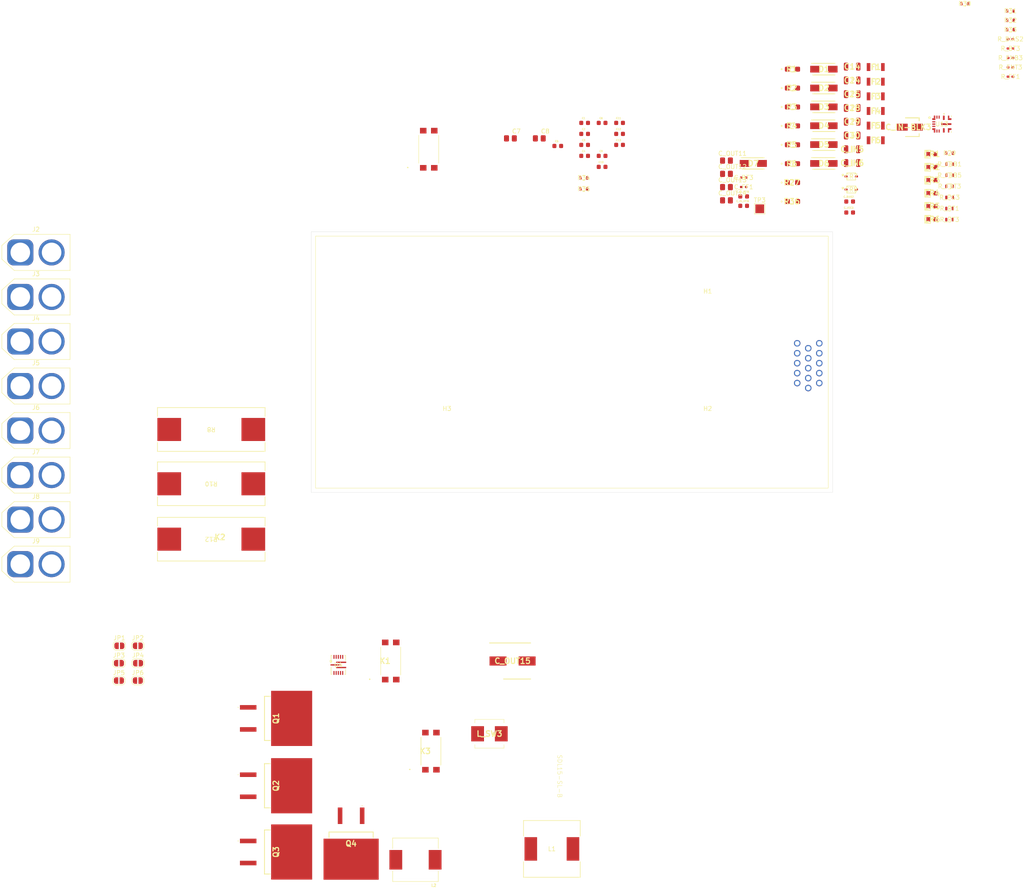
<source format=kicad_pcb>
(kicad_pcb (version 20241229) (generator "pcbnew") (generator_version "9.0")
  (layers (0 "F.Cu" signal) (4 "In1.Cu" signal) (6 "In2.Cu" signal) (2 "B.Cu" signal) (13 "F.Paste" user) (15 "B.Paste" user) (5 "F.SilkS" user "F.Silkscreen") (7 "B.SilkS" user "B.Silkscreen") (1 "F.Mask" user) (3 "B.Mask" user) (25 "Edge.Cuts" user))
  (net 0 "")
  (net 1 "AGND")
  (net 2 "VBAT")
  (net 3 "VDC")
  (net 4 "/V1")
  (net 5 "Net-(CR1-Pad1)")
  (net 6 "Net-(CR2-Pad1)")
  (net 7 "/V2")
  (net 8 "/V3")
  (net 9 "Net-(CR3-Pad1)")
  (net 10 "/V4")
  (net 11 "Net-(CR4-Pad1)")
  (net 12 "Net-(CR5-Pad1)")
  (net 13 "/V5")
  (net 14 "/V6")
  (net 15 "Net-(CR6-Pad1)")
  (net 16 "/VB")
  (net 17 "+14V")
  (net 18 "Net-(Q4-B)")
  (net 19 "Net-(U13-BIAS)")
  (net 20 "/DC.DC3 PGOOD")
  (net 21 "Net-(U13-CBOOT)")
  (net 22 "Net-(U13-SW)")
  (net 23 "Net-(C_FF1-Pad1)")
  (net 24 "Net-(U13-FB)")
  (net 25 "Net-(D7-A)")
  (net 26 "/DC.DC3 VCC")
  (net 27 "Net-(D1-K)")
  (net 28 "Net-(D2-K)")
  (net 29 "Net-(D5-K)")
  (net 30 "+5V")
  (net 31 "/PYRO1_OUT")
  (net 32 "/PYRO2_OUT")
  (net 33 "/PYRO4_OUT")
  (net 34 "/PYRO3_OUT")
  (net 35 "/PYRO6_OUT")
  (net 36 "/PYRO5_OUT")
  (net 37 "/FIRE_IN1")
  (net 38 "Net-(Q1-C)")
  (net 39 "/FIRE_OUT1")
  (net 40 "/FIRE_IN2")
  (net 41 "/FIRE_OUT2")
  (net 42 "Net-(Q2-C)")
  (net 43 "/FIRE_IN3")
  (net 44 "Net-(Q3-C)")
  (net 45 "/FIRE_OUT3")
  (net 46 "Net-(Q1-E)")
  (net 47 "Net-(Q2-E)")
  (net 48 "Net-(Q3-E)")
  (net 49 "Net-(Q4-E)")
  (net 50 "Net-(C12-Pad2)")
  (net 51 "Net-(C10-Pad1)")
  (net 52 "Net-(U4-ILIM)")
  (net 53 "Net-(U4-EN)")
  (net 54 "/KEY_OUT")
  (net 55 "Net-(U13-RBOOT)")
  (net 56 "Net-(U13-EN{slash}SYNC)")
  (net 57 "Net-(R_FBB1-Pad1)")
  (net 58 "Net-(R_RT1-Pad2)")
  (net 59 "Net-(U13-RT)")
  (net 60 "Net-(U4-COMP)")
  (net 61 "Net-(U4-SW)")
  (net 62 "Net-(U4-FB)")
  (net 63 "Net-(U4-MODE)")
  (net 64 "Net-(U4-SS)")
  (net 65 "Net-(U4-BST)")
  (footprint "SRR1260-7R6Y:IND_BOURNS_SRR1260" (layer "F.Cu") (at 149.6486 219.29)
    (property "Reference" "L1" (at 0 0 0) (layer "F.SilkS"))
    (property "Value" "7.6uH")
    (pad "1" smd rect (at -4.8514 0) (size 2.8956 5.4102) (layers "F.Cu" "F.Mask" "F.Paste") (net 49 "Net-(Q4-E)"))
    (pad "2" smd rect (at 4.8514 0) (size 2.8956 5.4102) (layers "F.Cu" "F.Mask" "F.Paste") (net 61 "Net-(U4-SW)"))
  )
  (footprint "Capacitor-4mm:Capacitor_4mm" (layer "F.Cu") (at 232.04 53.175)
    (property "Reference" "C_IN-BLK3" (at -0.35 0 0) (layer "F.SilkS") (effects (font (size 1.27 1.27) (thickness 0.254))))
    (property "Value" "10u" (hide yes))
    (pad "1" smd rect (at -1.75 0 90) (size 1.6 2.5) (layers "F.Cu" "F.Mask" "F.Paste") (net 3 "VDC"))
    (pad "2" smd rect (at 1.75 0 90) (size 1.6 2.5) (layers "F.Cu" "F.Mask" "F.Paste") (net 1 "AGND"))
  )
  (footprint "Resistor-0603:RES_0603" (layer "F.Cu") (at 255.197201 26.4292)
    (property "Reference" "R31" (at 0 0 0) (layer "F.SilkS"))
    (property "Value" "1k")
    (pad "1" smd roundrect (at -0.75 0) (size 0.5 0.8128) (layers "F.Cu" "F.Mask" "F.Paste") (net 52 "Net-(U4-ILIM)"))
    (pad "2" smd roundrect (at 0.75 0) (size 0.5 0.8128) (layers "F.Cu" "F.Mask" "F.Paste") (net 51 "Net-(C10-Pad1)"))
  )
  (footprint "Connector_AMASS:AMASS_XT60-F_1x02_P7.20mm_Vertical" (layer "F.Cu") (at 27.3 143.5)
    (property "Reference" "J8" (at 3.6 -5.3 180) (layer "F.SilkS"))
    (property "Value" "XT60PW-F")
    (pad "1" thru_hole roundrect (at 0 0) (size 6 6) (drill 4.5) (layers "*.Cu" "*.Mask"))
    (pad "2" thru_hole circle (at 7.2 0) (size 6 6) (drill 4.5) (layers "*.Cu" "*.Mask"))
  )
  (footprint "Capacitor-0805:Capacitor_0805" (layer "F.Cu") (at 189.83 63.915)
    (property "Reference" "C_OUT12" (at 1.375 -1.635 0) (layer "F.SilkS"))
    (property "Value" "22u")
    (pad "1" smd roundrect (at -0.9 0) (size 1.15 1.45) (layers "F.Cu" "F.Mask" "F.Paste") (roundrect_rratio 0.2173913043) (net 25 "Net-(D7-A)"))
    (pad "2" smd roundrect (at 0.9 0) (size 1.15 1.45) (layers "F.Cu" "F.Mask" "F.Paste") (roundrect_rratio 0.2173913043) (net 1 "AGND"))
  )
  (footprint "Capacitor-0603:Capacitor_0603" (layer "F.Cu") (at 157.185 59.78)
    (property "Reference" "C4" (at -0.24 -1.08 0) (layer "F.SilkS") (effects (font (size 0.393701 0.393701))))
    (property "Value" "1uF")
    (pad "1" smd roundrect (at -0.775 0) (size 0.92 0.98) (layers "F.Cu" "F.Mask" "F.Paste") (net 49 "Net-(Q4-E)"))
    (pad "2" smd roundrect (at 0.775 0) (size 0.92 0.98) (layers "F.Cu" "F.Mask" "F.Paste") (net 1 "AGND"))
  )
  (footprint "Resistor-0805:RES_0805" (layer "F.Cu") (at 205.025 52.875)
    (property "Reference" "R4" (at -0.175 0 0) (layer "F.SilkS") (effects (font (size 1.27 1.27) (thickness 0.254))))
    (property "Value" "560" (hide yes))
    (pad "1" smd roundrect (at -1.175 0) (size 1.15 1.15) (layers "F.Cu" "F.Mask" "F.Paste") (roundrect_rratio 0.2173913043) (net 11 "Net-(CR4-Pad1)"))
    (pad "2" smd roundrect (at 1.175 0) (size 1.15 1.15) (layers "F.Cu" "F.Mask" "F.Paste") (roundrect_rratio 0.2173913043) (net 1 "AGND"))
  )
  (footprint "Capacitor-0805:Capacitor_0805" (layer "F.Cu") (at 189.83 60.865)
    (property "Reference" "C_OUT11" (at 1.375 -1.635 0) (layer "F.SilkS"))
    (property "Value" "22u")
    (pad "1" smd roundrect (at -0.9 0) (size 1.15 1.45) (layers "F.Cu" "F.Mask" "F.Paste") (roundrect_rratio 0.2173913043) (net 25 "Net-(D7-A)"))
    (pad "2" smd roundrect (at 0.9 0) (size 1.15 1.45) (layers "F.Cu" "F.Mask" "F.Paste") (roundrect_rratio 0.2173913043) (net 1 "AGND"))
  )
  (footprint "LED-Yellow_VLMY1300-GS08:LEDC1608X100N" (layer "F.Cu") (at 237.12 62.37)
    (property "Reference" "CR2" (at 0 0 0) (layer "F.SilkS") (effects (font (size 1.27 1.27) (thickness 0.254))))
    (property "Value" "VLMY1300-GS08" (hide yes))
    (pad "1" smd rect (at -0.75 0 90) (size 1 1.05) (layers "F.Cu" "F.Mask" "F.Paste") (net 6 "Net-(CR2-Pad1)"))
    (pad "2" smd rect (at 0.75 0 90) (size 1 1.05) (layers "F.Cu" "F.Mask" "F.Paste") (net 7 "/V2"))
  )
  (footprint "Capacitor-0805:Capacitor_0805" (layer "F.Cu") (at 189.83 70.015)
    (property "Reference" "C_OUT14" (at 1.375 -1.635 0) (layer "F.SilkS"))
    (property "Value" "22u")
    (pad "1" smd roundrect (at -0.9 0) (size 1.15 1.45) (layers "F.Cu" "F.Mask" "F.Paste") (roundrect_rratio 0.2173913043) (net 25 "Net-(D7-A)"))
    (pad "2" smd roundrect (at 0.9 0) (size 1.15 1.45) (layers "F.Cu" "F.Mask" "F.Paste") (roundrect_rratio 0.2173913043) (net 1 "AGND"))
  )
  (footprint "PFNF.035.2:FUSC3216X85N" (layer "F.Cu") (at 224.18 49.445)
    (property "Reference" "F4" (at 0 0 0) (layer "F.SilkS") (effects (font (size 1.27 1.27) (thickness 0.254))))
    (property "Value" "PFNF.035.2" (hide yes))
    (pad "1" smd rect (at -1.65 0) (size 0.82 1.82) (layers "F.Cu" "F.Mask" "F.Paste") (net 8 "/V3"))
    (pad "2" smd rect (at 1.65 0) (size 0.82 1.82) (layers "F.Cu" "F.Mask" "F.Paste") (net 34 "/PYRO3_OUT"))
  )
  (footprint "Capacitor-0805:Capacitor_0805" (layer "F.Cu") (at 146.75 55.75)
    (property "Reference" "C8" (at 1.375 -1.635 0) (layer "F.SilkS"))
    (property "Value" "4.7uF")
    (pad "1" smd roundrect (at -0.9 0) (size 1.15 1.45) (layers "F.Cu" "F.Mask" "F.Paste") (roundrect_rratio 0.2173913043) (net 17 "+14V"))
    (pad "2" smd roundrect (at 0.9 0) (size 1.15 1.45) (layers "F.Cu" "F.Mask" "F.Paste") (roundrect_rratio 0.2173913043) (net 1 "AGND"))
  )
  (footprint "Capacitor-1206:Capacitor_1206" (layer "F.Cu") (at 218.76 45.575)
    (property "Reference" "C25" (at 0 0 0) (layer "F.SilkS") (effects (font (size 1.27 1.27) (thickness 0.254))))
    (property "Value" "2.2u" (hide yes))
    (pad "1" smd roundrect (at -1.4 0) (size 1.02 1.82) (layers "F.Cu" "F.Mask" "F.Paste") (roundrect_rratio 0.2450980392) (net 3 "VDC"))
    (pad "2" smd roundrect (at 1.4 0) (size 1.02 1.82) (layers "F.Cu" "F.Mask" "F.Paste") (roundrect_rratio 0.2450980392) (net 1 "AGND"))
  )
  (footprint "FJB102TM:FJB102TM" (layer "F.Cu") (at 88.005 189.25 -90)
    (property "Reference" "Q1" (at 0 1.842 270) (layer "F.SilkS") (effects (font (size 1.27 1.27) (thickness 0.254))))
    (property "Value" "FJB102TM" (hide yes))
    (pad "1" smd rect (at -2.54 8.255 270) (size 1.05 3.8) (layers "F.Cu" "F.Mask" "F.Paste") (net 16 "/VB"))
    (pad "2" smd rect (at 0 -1.745) (size 9.45 12.7) (layers "F.Cu" "F.Mask" "F.Paste") (net 38 "Net-(Q1-C)"))
    (pad "3" smd rect (at 2.54 8.255 270) (size 1.05 3.8) (layers "F.Cu" "F.Mask" "F.Paste") (net 46 "Net-(Q1-E)"))
  )
  (footprint "B340A-E3_61T:DIOM5127X229N" (layer "F.Cu") (at 212.25 52.84)
    (property "Reference" "D4" (at 0 0 0) (layer "F.SilkS") (effects (font (size 1.27 1.27) (thickness 0.254))))
    (property "Value" "B340A-E3_61T" (hide yes))
    (pad "1" smd rect (at -2.05 0 90) (size 1.55 2.2) (layers "F.Cu" "F.Mask" "F.Paste") (net 28 "Net-(D2-K)"))
    (pad "2" smd rect (at 2.05 0 90) (size 1.55 2.2) (layers "F.Cu" "F.Mask" "F.Paste") (net 10 "/V4"))
  )
  (footprint "Resistor-0805:RES_0805" (layer "F.Cu") (at 205.025 61.575)
    (property "Reference" "R6" (at -0.175 0 0) (layer "F.SilkS") (effects (font (size 1.27 1.27) (thickness 0.254))))
    (property "Value" "560" (hide yes))
    (pad "1" smd roundrect (at -1.175 0) (size 1.15 1.15) (layers "F.Cu" "F.Mask" "F.Paste") (roundrect_rratio 0.2173913043) (net 15 "Net-(CR6-Pad1)"))
    (pad "2" smd roundrect (at 1.175 0) (size 1.15 1.15) (layers "F.Cu" "F.Mask" "F.Paste") (roundrect_rratio 0.2173913043) (net 1 "AGND"))
  )
  (footprint "Resistor-0805:RES_0805" (layer "F.Cu") (at 205.025 65.925)
    (property "Reference" "R27" (at -0.175 0 0) (layer "F.SilkS") (effects (font (size 1.27 1.27) (thickness 0.254))))
    (property "Value" "750" (hide yes))
    (pad "1" smd roundrect (at -1.175 0) (size 1.15 1.15) (layers "F.Cu" "F.Mask" "F.Paste") (roundrect_rratio 0.2173913043) (net 16 "/VB"))
    (pad "2" smd roundrect (at 1.175 0) (size 1.15 1.15) (layers "F.Cu" "F.Mask" "F.Paste") (roundrect_rratio 0.2173913043) (net 1 "AGND"))
  )
  (footprint "MountingHole:MountingHole_3.2mm_M3_ISO7380" (layer "F.Cu") (at 185.5 121.75)
    (property "Reference" "H2" (at 0 -3.8 0) (layer "F.SilkS"))
    (property "Value" "MountingHole")
    (pad "" np_thru_hole circle (at 0 0) (size 3.2 3.2) (drill 3.2) (layers "*.Cu" "*.Mask"))
  )
  (footprint "Capacitor-0603:Capacitor_0603" (layer "F.Cu") (at 161.205 52.19)
    (property "Reference" "C6" (at -0.24 -1.08 0) (layer "F.SilkS") (effects (font (size 0.393701 0.393701))))
    (property "Value" "470nF")
    (pad "1" smd roundrect (at -0.775 0) (size 0.92 0.98) (layers "F.Cu" "F.Mask" "F.Paste") (net 17 "+14V"))
    (pad "2" smd roundrect (at 0.775 0) (size 0.92 0.98) (layers "F.Cu" "F.Mask" "F.Paste") (net 1 "AGND"))
  )
  (footprint "MountingHole:MountingHole_3.2mm_M3_ISO7380" (layer "F.Cu") (at 125.5 121.75)
    (property "Reference" "H3" (at 0 -3.8 0) (layer "F.SilkS"))
    (property "Value" "MountingHole")
    (pad "" np_thru_hole circle (at 0 0) (size 3.2 3.2) (drill 3.2) (layers "*.Cu" "*.Mask"))
  )
  (footprint "LED-Yellow_VLMY1300-GS08:LEDC1608X100N" (layer "F.Cu") (at 237.12 59.37)
    (property "Reference" "CR1" (at 0 0 0) (layer "F.SilkS") (effects (font (size 1.27 1.27) (thickness 0.254))))
    (property "Value" "VLMY1300-GS08" (hide yes))
    (pad "1" smd rect (at -0.75 0 90) (size 1 1.05) (layers "F.Cu" "F.Mask" "F.Paste") (net 5 "Net-(CR1-Pad1)"))
    (pad "2" smd rect (at 0.75 0 90) (size 1 1.05) (layers "F.Cu" "F.Mask" "F.Paste") (net 4 "/V1"))
  )
  (footprint "Capacitor-0603:Capacitor_0603" (layer "F.Cu") (at 157.185 54.72)
    (property "Reference" "C2" (at -0.24 -1.08 0) (layer "F.SilkS") (effects (font (size 0.393701 0.393701))))
    (property "Value" "1uF")
    (pad "1" smd roundrect (at -0.775 0) (size 0.92 0.98) (layers "F.Cu" "F.Mask" "F.Paste") (net 49 "Net-(Q4-E)"))
    (pad "2" smd roundrect (at 0.775 0) (size 0.92 0.98) (layers "F.Cu" "F.Mask" "F.Paste") (net 1 "AGND"))
  )
  (footprint "Capacitor-1206:Capacitor_1206" (layer "F.Cu") (at 218.76 55.085)
    (property "Reference" "C30" (at 0 0 0) (layer "F.SilkS") (effects (font (size 1.27 1.27) (thickness 0.254))))
    (property "Value" "470n" (hide yes))
    (pad "1" smd roundrect (at -1.4 0) (size 1.02 1.82) (layers "F.Cu" "F.Mask" "F.Paste") (roundrect_rratio 0.2450980392) (net 3 "VDC"))
    (pad "2" smd roundrect (at 1.4 0) (size 1.02 1.82) (layers "F.Cu" "F.Mask" "F.Paste") (roundrect_rratio 0.2450980392) (net 1 "AGND"))
  )
  (footprint "G3VM-31DR_TR05_:G3VM31DRTR05" (layer "F.Cu") (at 121.805 196.79)
    (property "Reference" "K3" (at -1.305 0 0) (layer "F.SilkS") (effects (font (size 1.27 1.27) (thickness 0.254))))
    (property "Value" "G3VM-31DR_TR05_" (hide yes))
    (pad "1" smd rect (at -1.27 4.275 90) (size 1.3 1.5) (layers "F.Cu" "F.Mask" "F.Paste") (net 43 "/FIRE_IN3"))
    (pad "2" smd rect (at 1.27 4.275 90) (size 1.3 1.5) (layers "F.Cu" "F.Mask" "F.Paste") (net 45 "/FIRE_OUT3"))
    (pad "3" smd rect (at 1.27 -4.275 90) (size 1.3 1.5) (layers "F.Cu" "F.Mask" "F.Paste") (net 44 "Net-(Q3-C)"))
    (pad "4" smd rect (at -1.27 -4.275 90) (size 1.3 1.5) (layers "F.Cu" "F.Mask" "F.Paste") (net 29 "Net-(D5-K)"))
  )
  (footprint "PFNF.035.2:FUSC3216X85N" (layer "F.Cu") (at 224.18 46.075)
    (property "Reference" "F3" (at 0 0 0) (layer "F.SilkS") (effects (font (size 1.27 1.27) (thickness 0.254))))
    (property "Value" "PFNF.035.2" (hide yes))
    (pad "1" smd rect (at -1.65 0) (size 0.82 1.82) (layers "F.Cu" "F.Mask" "F.Paste") (net 10 "/V4"))
    (pad "2" smd rect (at 1.65 0) (size 0.82 1.82) (layers "F.Cu" "F.Mask" "F.Paste") (net 33 "/PYRO4_OUT"))
  )
  (footprint "PFNF.035.2:FUSC3216X85N" (layer "F.Cu") (at 224.18 39.335)
    (property "Reference" "F1" (at 0 0 0) (layer "F.SilkS") (effects (font (size 1.27 1.27) (thickness 0.254))))
    (property "Value" "PFNF.035.2" (hide yes))
    (pad "1" smd rect (at -1.65 0) (size 0.82 1.82) (layers "F.Cu" "F.Mask" "F.Paste") (net 4 "/V1"))
    (pad "2" smd rect (at 1.65 0) (size 0.82 1.82) (layers "F.Cu" "F.Mask" "F.Paste") (net 31 "/PYRO1_OUT"))
  )
  (footprint "Capacitor-0603:Capacitor_0603" (layer "F.Cu") (at 161.205 62.31)
    (property "Reference" "C10" (at -0.24 -1.08 0) (layer "F.SilkS") (effects (font (size 0.393701 0.393701))))
    (property "Value" "4.7nF")
    (pad "1" smd roundrect (at -0.775 0) (size 0.92 0.98) (layers "F.Cu" "F.Mask" "F.Paste") (net 51 "Net-(C10-Pad1)"))
    (pad "2" smd roundrect (at 0.775 0) (size 0.92 0.98) (layers "F.Cu" "F.Mask" "F.Paste") (net 1 "AGND"))
  )
  (footprint "Capacitor-0805:Capacitor_0805" (layer "F.Cu") (at 189.83 66.965)
    (property "Reference" "C_OUT13" (at 1.375 -1.635 0) (layer "F.SilkS"))
    (property "Value" "22u")
    (pad "1" smd roundrect (at -0.9 0) (size 1.15 1.45) (layers "F.Cu" "F.Mask" "F.Paste") (roundrect_rratio 0.2173913043) (net 25 "Net-(D7-A)"))
    (pad "2" smd roundrect (at 0.9 0) (size 1.15 1.45) (layers "F.Cu" "F.Mask" "F.Paste") (roundrect_rratio 0.2173913043) (net 1 "AGND"))
  )
  (footprint "Capacitor-0603:Capacitor_0603" (layer "F.Cu") (at 165.225 52.19)
    (property "Reference" "C11" (at -0.24 -1.08 0) (layer "F.SilkS") (effects (font (size 0.393701 0.393701))))
    (property "Value" "33pF")
    (pad "1" smd roundrect (at -0.775 0) (size 0.92 0.98) (layers "F.Cu" "F.Mask" "F.Paste") (net 60 "Net-(U4-COMP)"))
    (pad "2" smd roundrect (at 0.775 0) (size 0.92 0.98) (layers "F.Cu" "F.Mask" "F.Paste") (net 1 "AGND"))
  )
  (footprint "Jumper:SolderJumper-2_P1.3mm_Open_RoundedPad1.0x1.5mm" (layer "F.Cu") (at 50 180.54)
    (property "Reference" "JP5" (at 0 -1.8 0) (layer "F.SilkS"))
    (property "Value" "Jumper_2_Open")
    (pad "1" smd custom (at -0.65 0) (size 1 0.5) (layers "F.Cu" "F.Mask") (net 14 "/V6") (options (clearance outline) (anchor rect)) (primitives (gr_circle (center 0 0.25) (end 0.5 0.25) (width 0) (fill yes)) (gr_circle (center 0 -0.25) (end 0.5 -0.25) (width 0) (fill yes)) (gr_poly (pts (xy 0.5 0.75) (xy 0 0.75) (xy 0 -0.75) (xy 0.5 -0.75)) (width 0) (fill yes))))
    (pad "2" smd custom (at 0.65 0) (size 1 0.5) (layers "F.Cu" "F.Mask") (net 35 "/PYRO6_OUT") (options (clearance outline) (anchor rect)) (primitives (gr_circle (center 0 0.25) (end 0.5 0.25) (width 0) (fill yes)) (gr_circle (center 0 -0.25) (end 0.5 -0.25) (width 0) (fill yes)) (gr_poly (pts (xy 0 0.75) (xy -0.5 0.75) (xy -0.5 -0.75) (xy 0 -0.75)) (width 0) (fill yes))))
  )
  (footprint "Capacitor-1206:Capacitor_1206" (layer "F.Cu") (at 218.76 61.425)
    (property "Reference" "C_IN6" (at 0 0 0) (layer "F.SilkS") (effects (font (size 1.27 1.27) (thickness 0.254))))
    (property "Value" "4.7u" (hide yes))
    (pad "1" smd roundrect (at -1.4 0) (size 1.02 1.82) (layers "F.Cu" "F.Mask" "F.Paste") (roundrect_rratio 0.2450980392) (net 3 "VDC"))
    (pad "2" smd roundrect (at 1.4 0) (size 1.02 1.82) (layers "F.Cu" "F.Mask" "F.Paste") (roundrect_rratio 0.2450980392) (net 1 "AGND"))
  )
  (footprint "Resistor-0805:RES_0805" (layer "F.Cu") (at 205.025 39.825)
    (property "Reference" "R1" (at -0.175 0 0) (layer "F.SilkS") (effects (font (size 1.27 1.27) (thickness 0.254))))
    (property "Value" "560" (hide yes))
    (pad "1" smd roundrect (at -1.175 0) (size 1.15 1.15) (layers "F.Cu" "F.Mask" "F.Paste") (roundrect_rratio 0.2173913043) (net 5 "Net-(CR1-Pad1)"))
    (pad "2" smd roundrect (at 1.175 0) (size 1.15 1.15) (layers "F.Cu" "F.Mask" "F.Paste") (roundrect_rratio 0.2173913043) (net 1 "AGND"))
  )
  (footprint "Resistência de potência_RES_SM_7W_TEC:RES_SM_7W_TEC" (layer "F.Cu") (at 71.25 135.25 180)
    (property "Reference" "R10" (at 0 0 180) (layer "F.SilkS"))
    (property "Value" "1.2")
    (pad "1" smd rect (at -9.6774 0 270) (size 5.3086 5.461) (layers "F.Cu" "F.Mask" "F.Paste") (net 47 "Net-(Q2-E)"))
    (pad "2" smd rect (at 9.6774 0 270) (size 5.3086 5.461) (layers "F.Cu" "F.Mask" "F.Paste") (net 1 "AGND"))
  )
  (footprint "SRP7028A-100M:SRP7028A3R3M" (layer "F.Cu") (at 135.275 192.79)
    (property "Reference" "L_SW3" (at 0 0 0) (layer "F.SilkS") (effects (font (size 1.27 1.27) (thickness 0.254))))
    (property "Value" "10uH" (hide yes))
    (pad "1" smd rect (at -2.725 0) (size 2.95 3.5) (layers "F.Cu" "F.Mask" "F.Paste") (net 22 "Net-(U13-SW)"))
    (pad "2" smd rect (at 2.725 0) (size 2.95 3.5) (layers "F.Cu" "F.Mask" "F.Paste") (net 25 "Net-(D7-A)"))
  )
  (footprint "B340A-E3_61T:DIOM5127X229N" (layer "F.Cu") (at 212.25 39.82)
    (property "Reference" "D1" (at 0 0 0) (layer "F.SilkS") (effects (font (size 1.27 1.27) (thickness 0.254))))
    (property "Value" "B340A-E3_61T" (hide yes))
    (pad "1" smd rect (at -2.05 0 90) (size 1.55 2.2) (layers "F.Cu" "F.Mask" "F.Paste") (net 27 "Net-(D1-K)"))
    (pad "2" smd rect (at 2.05 0 90) (size 1.55 2.2) (layers "F.Cu" "F.Mask" "F.Paste") (net 4 "/V1"))
  )
  (footprint "MPQ3431AGL-AEC1-Z:QFN-13_MPQ3431A_MNP" (layer "F.Cu") (at 100.499999 176.940001)
    (property "Reference" "U4" (at 0 0 0) (layer "F.SilkS"))
    (property "Value" "MPQ3431AGL-AEC1-Z")
    (fp_text user "*" (at -1.7295 -0.5 0) (layer "F.SilkS"))
    (fp_text user "*" (at -1.7295 -0.5 0) (layer "F.SilkS"))
    (pad "1" smd rect (at -0.649999 0) (size 2.3114 0.3048) (layers "F.Cu" "F.Mask" "F.Paste") (net 61 "Net-(U4-SW)"))
    (pad "2" smd rect (at -1.000001 1.849999 90) (size 0.889 0.254) (layers "F.Cu" "F.Mask" "F.Paste") (net 63 "Net-(U4-MODE)"))
    (pad "3" smd rect (at -0.499999 1.849999 90) (size 0.889 0.254) (layers "F.Cu" "F.Mask" "F.Paste") (net 64 "Net-(U4-SS)"))
    (pad "4" smd rect (at 0 1.849999 90) (size 0.889 0.254) (layers "F.Cu" "F.Mask" "F.Paste") (net 60 "Net-(U4-COMP)"))
    (pad "5" smd rect (at 0.499999 1.849999 90) (size 0.889 0.254) (layers "F.Cu" "F.Mask" "F.Paste") (net 62 "Net-(U4-FB)"))
    (pad "6" smd rect (at 1.000001 1.849999 90) (size 0.889 0.254) (layers "F.Cu" "F.Mask" "F.Paste") (net 1 "AGND"))
    (pad "7" smd rect (at 0.649999 0.599999) (size 2.3114 0.3048) (layers "F.Cu" "F.Mask" "F.Paste") (net 1 "AGND"))
    (pad "8" smd rect (at 0.649999 -0.599999) (size 2.3114 0.3048) (layers "F.Cu" "F.Mask" "F.Paste") (net 17 "+14V"))
    (pad "9" smd rect (at 1.000001 -1.849999 90) (size 0.889 0.254) (layers "F.Cu" "F.Mask" "F.Paste") (net 52 "Net-(U4-ILIM)"))
    (pad "10" smd rect (at 0.499999 -1.849999 90) (size 0.889 0.254) (layers "F.Cu" "F.Mask" "F.Paste") (net 63 "Net-(U4-MODE)"))
    (pad "11" smd rect (at 0 -1.849999 90) (size 0.889 0.254) (layers "F.Cu" "F.Mask" "F.Paste") (net 53 "Net-(U4-EN)"))
    (pad "12" smd rect (at -0.499999 -1.849999 90) (size 0.889 0.254) (layers "F.Cu" "F.Mask" "F.Paste") (net 49 "Net-(Q4-E)"))
    (pad "13" smd rect (at -1.000001 -1.849999 90) (size 0.889 0.254) (layers "F.Cu" "F.Mask" "F.Paste") (net 65 "Net-(U4-BST)"))
  )
  (footprint "BZX84J-B10-115:CR_SC-90_NEX" (layer "F.Cu") (at 218.5546 64.5133)
    (property "Reference" "CR7" (at 0 0 0) (layer "F.SilkS"))
    (property "Value" "BZX84J-B10_115")
    (fp_text user "*" (at -1.9304 0 0) (layer "F.SilkS"))
    (fp_text user "*" (at -1.9304 0 0) (layer "F.SilkS"))
    (pad "1" smd rect (at -1.1938 0) (size 0.7112 0.4064) (layers "F.Cu" "F.Mask" "F.Paste") (net 17 "+14V"))
    (pad "2" smd rect (at 1.1938 0) (size 0.7112 0.4064) (layers "F.Cu" "F.Mask" "F.Paste") (net 16 "/VB"))
  )
  (footprint "HDL15-SL-B:HDL15-SL-B" (layer "F.Cu") (at 205.25 107.75 -90)
    (property "Reference" "SDL15-SL-B" (at 94.817 53.808 270) (layer "F.SilkS") (effects (font (thickness 0.1))))
    (property "Value" "HDL15-SL-B")
    (pad "" np_thru_hole circle (at -12.489 -3.4 270) (size 3.1 3.1) (drill 3.1) (layers "F&B.Cu" "*.Mask"))
    (pad "" np_thru_hole circle (at 12.501 -3.4 270) (size 3.1 3.1) (drill 3.1) (layers "F&B.Cu" "*.Mask"))
    (pad "1" thru_hole circle (at -4.84 -5.94 270) (size 1.5 1.5) (drill 1) (layers "*.Cu" "F.Mask"))
    (pad "2" thru_hole circle (at -2.55 -5.94 270) (size 1.5 1.5) (drill 1) (layers "*.Cu" "F.Mask"))
    (pad "3" thru_hole circle (at -0.26 -5.94 270) (size 1.5 1.5) (drill 1) (layers "*.Cu" "F.Mask"))
    (pad "4" thru_hole circle (at 2.03 -5.94 270) (size 1.5 1.5) (drill 1) (layers "*.Cu" "F.Mask"))
    (pad "5" thru_hole circle (at 4.32 -5.94 270) (size 1.5 1.5) (drill 1) (layers "*.Cu" "F.Mask"))
    (pad "6" thru_hole circle (at -3.695 -3.4 270) (size 1.5 1.5) (drill 1) (layers "*.Cu" "F.Mask"))
    (pad "7" thru_hole circle (at -1.405 -3.4 270) (size 1.5 1.5) (drill 1) (layers "*.Cu" "F.Mask"))
    (pad "8" thru_hole circle (at 0.885 -3.4 270) (size 1.5 1.5) (drill 1) (layers "*.Cu" "F.Mask"))
    (pad "9" thru_hole circle (at 3.175 -3.4 270) (size 1.5 1.5) (drill 1) (layers "*.Cu" "F.Mask"))
    (pad "10" thru_hole circle (at 5.465 -3.4 270) (size 1.5 1.5) (drill 1) (layers "*.Cu" "F.Mask"))
    (pad "11" thru_hole circle (at -4.84 -0.86 270) (size 1.5 1.5) (drill 1) (layers "*.Cu" "F.Mask"))
    (pad "12" thru_hole circle (at -2.55 -0.86 270) (size 1.5 1.5) (drill 1) (layers "*.Cu" "F.Mask"))
    (pad "13" thru_hole circle (at -0.26 -0.86 270) (size 1.5 1.5) (drill 1) (layers "*.Cu" "F.Mask"))
    (pad "14" thru_hole circle (at 2.03 -0.86 270) (size 1.5 1.5) (drill 1) (layers "*.Cu" "F.Mask"))
    (pad "15" thru_hole circle (at 4.32 -0.86 270) (size 1.5 1.5) (drill 1) (layers "*.Cu" "F.Mask"))
  )
  (footprint "B340A-E3_61T:DIOM5127X229N" (layer "F.Cu") (at 212.25 44.16)
    (property "Reference" "D2" (at 0 0 0) (layer "F.SilkS") (effects (font (size 1.27 1.27) (thickness 0.254))))
    (property "Value" "B340A-E3_61T" (hide yes))
    (pad "1" smd rect (at -2.05 0 90) (size 1.55 2.2) (layers "F.Cu" "F.Mask" "F.Paste") (net 28 "Net-(D2-K)"))
    (pad "2" smd rect (at 2.05 0 90) (size 1.55 2.2) (layers "F.Cu" "F.Mask" "F.Paste") (net 8 "/V3"))
  )
  (footprint "Connector_AMASS:AMASS_XT60-F_1x02_P7.20mm_Vertical" (layer "F.Cu") (at 27.3 123)
    (property "Reference" "J6" (at 3.6 -5.3 180) (layer "F.SilkS"))
    (property "Value" "XT60PW-F")
    (pad "1" thru_hole roundrect (at 0 0) (size 6 6) (drill 4.5) (layers "*.Cu" "*.Mask"))
    (pad "2" thru_hole circle (at 7.2 0) (size 6 6) (drill 4.5) (layers "*.Cu" "*.Mask"))
  )
  (footprint "Capacitor-0603:Capacitor_0603" (layer "F.Cu") (at 218.185 70.285)
    (property "Reference" "C_BIAS2" (at -0.24 -1.08 0) (layer "F.SilkS") (effects (font (size 0.393701 0.393701))))
    (property "Value" "1u")
    (pad "1" smd roundrect (at -0.775 0) (size 0.92 0.98) (layers "F.Cu" "F.Mask" "F.Paste") (net 19 "Net-(U13-BIAS)"))
    (pad "2" smd roundrect (at 0.775 0) (size 0.92 0.98) (layers "F.Cu" "F.Mask" "F.Paste") (net 20 "/DC.DC3 PGOOD"))
  )
  (footprint "Jumper:SolderJumper-2_P1.3mm_Open_RoundedPad1.0x1.5mm" (layer "F.Cu") (at 54.4 176.54)
    (property "Reference" "JP4" (at 0 -1.8 0) (layer "F.SilkS"))
    (property "Value" "Jumper_2_Open")
    (pad "1" smd custom (at -0.65 0) (size 1 0.5) (layers "F.Cu" "F.Mask") (net 8 "/V3") (options (clearance outline) (anchor rect)) (primitives (gr_circle (center 0 0.25) (end 0.5 0.25) (width 0) (fill yes)) (gr_circle (center 0 -0.25) (end 0.5 -0.25) (width 0) (fill yes)) (gr_poly (pts (xy 0.5 0.75) (xy 0 0.75) (xy 0 -0.75) (xy 0.5 -0.75)) (width 0) (fill yes))))
    (pad "2" smd custom (at 0.65 0) (size 1 0.5) (layers "F.Cu" "F.Mask") (net 34 "/PYRO3_OUT") (options (clearance outline) (anchor rect)) (primitives (gr_circle (center 0 0.25) (end 0.5 0.25) (width 0) (fill yes)) (gr_circle (center 0 -0.25) (end 0.5 -0.25) (width 0) (fill yes)) (gr_poly (pts (xy 0 0.75) (xy -0.5 0.75) (xy -0.5 -0.75) (xy 0 -0.75)) (width 0) (fill yes))))
  )
  (footprint "Connector_AMASS:AMASS_XT60-M_1x02_P7.20mm_Vertical" (layer "F.Cu") (at 27.3 133.25)
    (property "Reference" "J7" (at 3.6 -5.3 180) (layer "F.SilkS"))
    (property "Value" "XT60PW-M")
    (pad "1" thru_hole roundrect (at 0 0) (size 6 6) (drill 4.5) (layers "*.Cu" "*.Mask"))
    (pad "2" thru_hole circle (at 7.2 0) (size 6 6) (drill 4.5) (layers "*.Cu" "*.Mask"))
  )
  (footprint "B340A-E3_61T:DIOM5127X229N" (layer "F.Cu") (at 212.25 48.5)
    (property "Reference" "D3" (at 0 0 0) (layer "F.SilkS") (effects (font (size 1.27 1.27) (thickness 0.254))))
    (property "Value" "B340A-E3_61T" (hide yes))
    (pad "1" smd rect (at -2.05 0 90) (size 1.55 2.2) (layers "F.Cu" "F.Mask" "F.Paste") (net 27 "Net-(D1-K)"))
    (pad "2" smd rect (at 2.05 0 90) (size 1.55 2.2) (layers "F.Cu" "F.Mask" "F.Paste") (net 7 "/V2"))
  )
  (footprint "FJB102TM:FJB102TM" (layer "F.Cu") (at 88.005 220 -90)
    (property "Reference" "Q3" (at 0 1.842 270) (layer "F.SilkS") (effects (font (size 1.27 1.27) (thickness 0.254))))
    (property "Value" "FJB102TM" (hide yes))
    (pad "1" smd rect (at -2.54 8.255 270) (size 1.05 3.8) (layers "F.Cu" "F.Mask" "F.Paste") (net 16 "/VB"))
    (pad "2" smd rect (at 0 -1.745) (size 9.45 12.7) (layers "F.Cu" "F.Mask" "F.Paste") (net 44 "Net-(Q3-C)"))
    (pad "3" smd rect (at 2.54 8.255 270) (size 1.05 3.8) (layers "F.Cu" "F.Mask" "F.Paste") (net 48 "Net-(Q3-E)"))
  )
  (footprint "Capacitor-1206:Capacitor_1206" (layer "F.Cu") (at 218.76 39.235)
    (property "Reference" "C14" (at 0 0 0) (layer "F.SilkS") (effects (font (size 1.27 1.27) (thickness 0.254))))
    (property "Value" "2.2u" (hide yes))
    (pad "1" smd roundrect (at -1.4 0) (size 1.02 1.82) (layers "F.Cu" "F.Mask" "F.Paste") (roundrect_rratio 0.2450980392) (net 2 "VBAT"))
    (pad "2" smd roundrect (at 1.4 0) (size 1.02 1.82) (layers "F.Cu" "F.Mask" "F.Paste") (roundrect_rratio 0.2450980392) (net 1 "AGND"))
  )
  (footprint "DCDC_LM61460:VQFN-HR14_RJR_TEX" (layer "F.Cu") (at 239.400799 52.463599)
    (property "Reference" "U13" (at 0 0 0) (layer "F.SilkS"))
    (property "Value" "LM61460AASQRJRRQ1")
    (fp_poly (pts (xy -1.494399 -1.3532) (xy -1.494399 -1.955599) (xy -1.849999 -1.955599) (xy -1.849999 -1.3532)) (fill yes) (layer "F.Cu"))
    (fp_poly (pts (xy -1.494399 1.3532) (xy -1.494399 1.955599) (xy -1.849999 1.955599) (xy -1.849999 1.3532)) (fill yes) (layer "F.Cu"))
    (fp_poly (pts (xy 1.393599 -1.3532) (xy 1.393599 -1.9453) (xy 1.711099 -1.9453) (xy 1.711099 -1.3532)) (fill yes) (layer "F.Cu"))
    (fp_poly (pts (xy 1.393599 1.3532) (xy 1.393599 1.9453) (xy 1.711099 1.9453) (xy 1.711099 1.3532)) (fill yes) (layer "F.Cu"))
    (fp_text user "*" (at -2.8406 -1.1685 0) (layer "F.SilkS"))
    (fp_text user "*" (at -2.8406 -1.1685 0) (layer "F.SilkS"))
    (pad "1" smd rect (at -1.849999 -1.15 90) (size 0.4064 0.7112) (layers "F.Cu" "F.Mask" "F.Paste") (net 19 "Net-(U13-BIAS)"))
    (pad "2" smd rect (at -1.849999 -0.525 90) (size 0.254 0.7112) (layers "F.Cu" "F.Mask" "F.Paste") (net 26 "/DC.DC3 VCC"))
    (pad "3" smd rect (at -1.849999 0 90) (size 0.3048 0.7112) (layers "F.Cu" "F.Mask" "F.Paste") (net 1 "AGND"))
    (pad "4" smd rect (at -1.849999 0.525 90) (size 0.254 0.7112) (layers "F.Cu" "F.Mask" "F.Paste") (net 24 "Net-(U13-FB)"))
    (pad "5" smd rect (at -1.849999 1.15 90) (size 0.4064 0.7112) (layers "F.Cu" "F.Mask" "F.Paste") (net 20 "/DC.DC3 PGOOD"))
    (pad "6" smd rect (at -1.124999 1.599999) (size 0.254 0.7112) (layers "F.Cu" "F.Mask" "F.Paste") (net 59 "Net-(U13-RT)"))
    (pad "7" smd rect (at -0.625 1.599999) (size 0.254 0.7112) (layers "F.Cu" "F.Mask" "F.Paste") (net 56 "Net-(U13-EN{slash}SYNC)"))
    (pad "8" smd rect (at 0.449999 1.45) (size 0.4064 0.9906) (layers "F.Cu" "F.Mask" "F.Paste") (net 3 "VDC"))
    (pad "9" smd rect (at 1.799999 1.15 90) (size 0.4064 0.8128) (layers "F.Cu" "F.Mask" "F.Paste") (net 1 "AGND"))
    (pad "10" smd rect (at 1.000001 0 90) (size 0.4064 2.3876) (layers "F.Cu" "F.Mask" "F.Paste") (net 22 "Net-(U13-SW)"))
    (pad "11" smd rect (at 1.799999 -1.15 90) (size 0.4064 0.8128) (layers "F.Cu" "F.Mask" "F.Paste") (net 1 "AGND"))
    (pad "12" smd rect (at 0.449999 -1.45) (size 0.4064 0.9906) (layers "F.Cu" "F.Mask" "F.Paste") (net 3 "VDC"))
    (pad "13" smd rect (at -0.625 -1.599999) (size 0.254 0.7112) (layers "F.Cu" "F.Mask" "F.Paste") (net 55 "Net-(U13-RBOOT)"))
    (pad "14" smd rect (at -1.124999 -1.599999) (size 0.254 0.7112) (layers "F.Cu" "F.Mask" "F.Paste") (net 21 "Net-(U13-CBOOT)"))
  )
  (footprint "B340A-E3_61T:DIOM5127X229N" (layer "F.Cu") (at 212.25 57.18)
    (property "Reference" "D5" (at 0 0 0) (layer "F.SilkS") (effects (font (size 1.27 1.27) (thickness 0.254))))
    (property "Value" "B340A-E3_61T" (hide yes))
    (pad "1" smd rect (at -2.05 0 90) (size 1.55 2.2) (layers "F.Cu" "F.Mask" "F.Paste") (net 29 "Net-(D5-K)"))
    (pad "2" smd rect (at 2.05 0 90) (size 1.55 2.2) (layers "F.Cu" "F.Mask" "F.Paste") (net 13 "/V5"))
  )
  (footprint "Resistor-0603:RES_0603" (layer "F.Cu") (at 157.0052 67.3991)
    (property "Reference" "R35" (at 0 0 0) (layer "F.SilkS"))
    (property "Value" "390k")
    (pad "1" smd roundrect (at -0.75 0) (size 0.5 0.8128) (layers "F.Cu" "F.Mask" "F.Paste") (net 17 "+14V"))
    (pad "2" smd roundrect (at 0.75 0) (size 0.5 0.8128) (layers "F.Cu" "F.Mask" "F.Paste") (net 62 "Net-(U4-FB)"))
  )
  (footprint "Capacitor-1206:Capacitor_1206" (layer "F.Cu") (at 218.76 42.405)
    (property "Reference" "C24" (at 0 0 0) (layer "F.SilkS") (effects (font (size 1.27 1.27) (thickness 0.254))))
    (property "Value" "2.2u" (hide yes))
    (pad "1" smd roundrect (at -1.4 0) (size 1.02 1.82) (layers "F.Cu" "F.Mask" "F.Paste") (roundrect_rratio 0.2450980392) (net 2 "VBAT"))
    (pad "2" smd roundrect (at 1.4 0) (size 1.02 1.82) (layers "F.Cu" "F.Mask" "F.Paste") (roundrect_rratio 0.2450980392) (net 1 "AGND"))
  )
  (footprint "LED-Yellow_VLMY1300-GS08:LEDC1608X100N" (layer "F.Cu") (at 237.12 68.37)
    (property "Reference" "CR4" (at 0 0 0) (layer "F.SilkS") (effects (font (size 1.27 1.27) (thickness 0.254))))
    (property "Value" "VLMY1300-GS08" (hide yes))
    (pad "1" smd rect (at -0.75 0 90) (size 1 1.05) (layers "F.Cu" "F.Mask" "F.Paste") (net 11 "Net-(CR4-Pad1)"))
    (pad "2" smd rect (at 0.75 0 90) (size 1 1.05) (layers "F.Cu" "F.Mask" "F.Paste") (net 10 "/V4"))
  )
  (footprint "Connector_AMASS:AMASS_XT60-M_1x02_P7.20mm_Vertical" (layer "F.Cu") (at 27.3 92.25)
    (property "Reference" "J3" (at 3.6 -5.3 180) (layer "F.SilkS"))
    (property "Value" "XT60PW-M")
    (pad "1" thru_hole roundrect (at 0 0) (size 6 6) (drill 4.5) (layers "*.Cu" "*.Mask"))
    (pad "2" thru_hole circle (at 7.2 0) (size 6 6) (drill 4.5) (layers "*.Cu" "*.Mask"))
  )
  (footprint "Resistor-0402:RES_0402" (layer "F.Cu") (at 255.197201 39.3916)
    (property "Reference" "R_ENT3" (at 0 0 0) (layer "F.SilkS"))
    (property "Value" "470k")
    (pad "1" smd roundrect (at -0.552799 0) (size 0.655599 0.499999) (layers "F.Cu" "F.Mask" "F.Paste") (net 56 "Net-(U13-EN{slash}SYNC)"))
    (pad "2" smd roundrect (at 0.552799 0) (size 0.655599 0.499999) (layers "F.Cu" "F.Mask" "F.Paste") (net 3 "VDC"))
  )
  (footprint "Resistor-0603:RES_0603" (layer "F.Cu") (at 241.1752 64.2435)
    (property "Reference" "R_FBB5" (at 0 0 0) (layer "F.SilkS"))
    (property "Value" "22k")
    (pad "1" smd roundrect (at -0.75 0) (size 0.5 0.8128) (layers "F.Cu" "F.Mask" "F.Paste") (net 1 "AGND"))
    (pad "2" smd roundrect (at 0.75 0) (size 0.5 0.8128) (layers "F.Cu" "F.Mask" "F.Paste") (net 57 "Net-(R_FBB1-Pad1)"))
  )
  (footprint "Resistor-0805:RES_0805" (layer "F.Cu") (at 205.025 57.225)
    (property "Reference" "R5" (at -0.175 0 0) (layer "F.SilkS") (effects (font (size 1.27 1.27) (thickness 0.254))))
    (property "Value" "560" (hide yes))
    (pad "1" smd roundrect (at -1.175 0) (size 1.15 1.15) (layers "F.Cu" "F.Mask" "F.Paste") (roundrect_rratio 0.2173913043) (net 12 "Net-(CR5-Pad1)"))
    (pad "2" smd roundrect (at 1.175 0) (size 1.15 1.15) (layers "F.Cu" "F.Mask" "F.Paste") (roundrect_rratio 0.2173913043) (net 1 "AGND"))
  )
  (footprint "Capacitor-0402:Capacitor_0402" (layer "F.Cu") (at 193.7861 66.9426)
    (property "Reference" "C_FF1" (at 0 0 0) (layer "F.SilkS"))
    (property "Value" "22p")
    (pad "1" smd roundrect (at -0.5715 0) (size 0.5588 0.508) (layers "F.Cu" "F.Mask" "F.Paste") (net 23 "Net-(C_FF1-Pad1)"))
    (pad "2" smd roundrect (at 0.5715 0) (size 0.5588 0.508) (layers "F.Cu" "F.Mask" "F.Paste") (net 24 "Net-(U13-FB)"))
  )
  (footprint "Connector_AMASS:AMASS_XT60-M_1x02_P7.20mm_Vertical" (layer "F.Cu") (at 27.3 112.75)
    (property "Reference" "J5" (at 3.6 -5.3 180) (layer "F.SilkS"))
    (property "Value" "XT60PW-M")
    (pad "1" thru_hole roundrect (at 0 0) (size 6 6) (drill 4.5) (layers "*.Cu" "*.Mask"))
    (pad "2" thru_hole circle (at 7.2 0) (size 6 6) (drill 4.5) (layers "*.Cu" "*.Mask"))
  )
  (footprint "Capacitor-0603:Capacitor_0603" (layer "F.Cu") (at 161.205 59.78)
    (property "Reference" "C9" (at -0.24 -1.08 0) (layer "F.SilkS") (effects (font (size 0.393701 0.393701))))
    (property "Value" "22nF")
    (pad "1" smd roundrect (at -0.775 0) (size 0.92 0.98) (layers "F.Cu" "F.Mask" "F.Paste") (net 64 "Net-(U4-SS)"))
    (pad "2" smd roundrect (at 0.775 0) (size 0.92 0.98) (layers "F.Cu" "F.Mask" "F.Paste") (net 1 "AGND"))
  )
  (footprint "Resistor-0603:RES_0603" (layer "F.Cu") (at 255.197201 30.75)
    (property "Reference" "R33" (at 0 0 0) (layer "F.SilkS"))
    (property "Value" "5k1")
    (pad "1" smd roundrect (at -0.75 0) (size 0.5 0.8128) (layers "F.Cu" "F.Mask" "F.Paste") (net 1 "AGND"))
    (pad "2" smd roundrect (at 0.75 0) (size 0.5 0.8128) (layers "F.Cu" "F.Mask" "F.Paste") (net 53 "Net-(U4-EN)"))
  )
  (footprint "LED-Yellow_VLMY1300-GS08:LEDC1608X100N" (layer "F.Cu") (at 237.12 71.37)
    (property "Reference" "CR5" (at 0 0 0) (layer "F.SilkS") (effects (font (size 1.27 1.27) (thickness 0.254))))
    (property "Value" "VLMY1300-GS08" (hide yes))
    (pad "1" smd rect (at -0.75 0 90) (size 1 1.05) (layers "F.Cu" "F.Mask" "F.Paste") (net 12 "Net-(CR5-Pad1)"))
    (pad "2" smd rect (at 0.75 0 90) (size 1 1.05) (layers "F.Cu" "F.Mask" "F.Paste") (net 13 "/V5"))
  )
  (footprint "FJB102TM:FJB102TM" (layer "F.Cu") (at 103.438471 219.915528 180)
    (property "Reference" "Q4" (at 0 1.842 180) (layer "F.SilkS") (effects (font (size 1.27 1.27) (thickness 0.254))))
    (property "Value" "FJB102TM" (hide yes))
    (pad "1" smd rect (at -2.54 8.255 180) (size 1.05 3.8) (layers "F.Cu" "F.Mask" "F.Paste") (net 18 "Net-(Q4-B)"))
    (pad "2" smd rect (at 0 -1.745 270) (size 9.45 12.7) (layers "F.Cu" "F.Mask" "F.Paste") (net 3 "VDC"))
    (pad "3" smd rect (at 2.54 8.255 180) (size 1.05 3.8) (layers "F.Cu" "F.Mask" "F.Paste") (net 49 "Net-(Q4-E)"))
  )
  (footprint "Resistor-0603:RES_0603" (layer "F.Cu") (at 241.1752 66.7929)
    (property "Reference" "R_FBT3" (at 0 0 0) (layer "F.SilkS"))
    (property "Value" "100K")
    (pad "1" smd roundrect (at -0.75 0) (size 0.5 0.8128) (layers "F.Cu" "F.Mask" "F.Paste") (net 25 "Net-(D7-A)"))
    (pad "2" smd roundrect (at 0.75 0) (size 0.5 0.8128) (layers "F.Cu" "F.Mask" "F.Paste") (net 24 "Net-(U13-FB)"))
  )
  (footprint "Capacitor-1206:Capacitor_1206" (layer "F.Cu") (at 218.76 58.255)
    (property "Reference" "C_IN5" (at 0 0 0) (layer "F.SilkS") (effects (font (size 1.27 1.27) (thickness 0.254))))
    (property "Value" "4.7u" (hide yes))
    (pad "1" smd roundrect (at -1.4 0) (size 1.02 1.82) (layers "F.Cu" "F.Mask" "F.Paste") (roundrect_rratio 0.2450980392) (net 3 "VDC"))
    (pad "2" smd roundrect (at 1.4 0) (size 1.02 1.82) (layers "F.Cu" "F.Mask" "F.Paste") (roundrect_rratio 0.2450980392) (net 1 "AGND"))
  )
  (footprint "Capacitor-0603:Capacitor_0603" (layer "F.Cu") (at 165.225 54.72)
    (property "Reference" "C12" (at -0.24 -1.08 0) (layer "F.SilkS") (effects (font (size 0.393701 0.393701))))
    (property "Value" "6.8nF")
    (pad "1" smd roundrect (at -0.775 0) (size 0.92 0.98) (layers "F.Cu" "F.Mask" "F.Paste") (net 60 "Net-(U4-COMP)"))
    (pad "2" smd roundrect (at 0.775 0) (size 0.92 0.98) (layers "F.Cu" "F.Mask" "F.Paste") (net 50 "Net-(C12-Pad2)"))
  )
  (footprint "Resistor-0603:RES_0603" (layer "F.Cu") (at 241.1752 71.8917)
    (property "Reference" "R_RT1" (at 0 0 0) (layer "F.SilkS"))
    (property "Value" "200")
    (pad "1" smd roundrect (at -0.75 0) (size 0.5 0.8128) (layers "F.Cu" "F.Mask" "F.Paste") (net 1 "AGND"))
    (pad "2" smd roundrect (at 0.75 0) (size 0.5 0.8128) (layers "F.Cu" "F.Mask" "F.Paste") (net 58 "Net-(R_RT1-Pad2)"))
  )
  (footprint "PFNF.035.2:FUSC3216X85N" (layer "F.Cu") (at 224.18 42.705)
    (property "Reference" "F2" (at 0 0 0) (layer "F.SilkS") (effects (font (size 1.27 1.27) (thickness 0.254))))
    (property "Value" "PFNF.035.2" (hide yes))
    (pad "1" smd rect (at -1.65 0) (size 0.82 1.82) (layers "F.Cu" "F.Mask" "F.Paste") (net 7 "/V2"))
    (pad "2" smd rect (at 1.65 0) (size 0.82 1.82) (layers "F.Cu" "F.Mask" "F.Paste") (net 32 "/PYRO2_OUT"))
  )
  (footprint "Capacitor-0603:Capacitor_0603" (layer "F.Cu") (at 151 57.5)
    (property "Reference" "C5" (at -0.24 -1.08 0) (layer "F.SilkS") (effects (font (size 0.393701 0.393701))))
    (property "Value" "220nF")
    (pad "1" smd roundrect (at -0.775 0) (size 0.92 0.98) (layers "F.Cu" "F.Mask" "F.Paste") (net 17 "+14V"))
    (pad "2" smd roundrect (at 0.775 0) (size 0.92 0.98) (layers "F.Cu" "F.Mask" "F.Paste") (net 1 "AGND"))
  )
  (footprint "Resistor-0805:RES_0805" (layer "F.Cu") (at 205.025 44.175)
    (property "Reference" "R2" (at -0.175 0 0) (layer "F.SilkS") (effects (font (size 1.27 1.27) (thickness 0.254))))
    (property "Value" "560" (hide yes))
    (pad "1" smd roundrect (at -1.175 0) (size 1.15 1.15) (layers "F.Cu" "F.Mask" "F.Paste") (roundrect_rratio 0.2173913043) (net 6 "Net-(CR2-Pad1)"))
    (pad "2" smd roundrect (at 1.175 0) (size 1.15 1.15) (layers "F.Cu" "F.Mask" "F.Paste") (roundrect_rratio 0.2173913043) (net 1 "AGND"))
  )
  (footprint "Capacitor-0603:Capacitor_0603" (layer "F.Cu") (at 193.7861 71.2794)
    (property "Reference" "C_IN_HFI6" (at -0.24 -1.08 0) (layer "F.SilkS") (effects (font (size 0.393701 0.393701))))
    (property "Value" "100n")
    (pad "1" smd roundrect (at -0.775 0) (size 0.92 0.98) (layers "F.Cu" "F.Mask" "F.Paste") (net 3 "VDC"))
    (pad "2" smd roundrect (at 0.775 0) (size 0.92 0.98) (layers "F.Cu" "F.Mask" "F.Paste") (net 1 "AGND"))
  )
  (footprint "Diode-Schottky_RSX301L:DIOM5026X220N" (layer "F.Cu") (at 196.005 61.515)
    (property "Reference" "D7" (at 0 0 0) (layer "F.SilkS") (effects (font (size 1.27 1.27) (thickness 0.254))))
    (property "Value" "RSX301L" (hide yes))
    (pad "1" smd rect (at -2 0 90) (size 1.6 2.25) (layers "F.Cu" "F.Mask" "F.Paste") (net 30 "+5V"))
    (pad "2" smd rect (at 2 0 90) (size 1.6 2.25) (layers "F.Cu" "F.Mask" "F.Paste") (net 25 "Net-(D7-A)"))
  )
  (footprint "Inductor-2.2uH_SPM10065VT:IND_SPM10065VT-2R2M-D" (layer "F.Cu") (at 118.25 221.79 180)
    (property "Reference" "L2" (at -4.218 -5.9064 0) (layer "F.SilkS") (effects (font (size 0.64 0.64))))
    (property "Value" "2.2u")
    (pad "1" smd rect (at -4.525 0 180) (size 2.95 4.5) (layers "F.Cu" "F.Mask" "F.Paste") (net 2 "VBAT"))
    (pad "2" smd rect (at 4.525 0 180) (size 2.95 4.5) (layers "F.Cu" "F.Mask" "F.Paste") (net 3 "VDC"))
  )
  (footprint "Resistor-0402:RES_0402" (layer "F.Cu") (at 255.197201 32.9104)
    (property "Reference" "R_BIAS2" (at 0 0 0) (layer "F.SilkS"))
    (property "Value" "5")
    (pad "1" smd roundrect (at -0.552799 0) (size 0.655599 0.499999) (layers "F.Cu" "F.Mask" "F.Paste") (net 19 "Net-(U13-BIAS)"))
    (pad "2" smd roundrect (at 0.552799 0) (size 0.655599 0.499999) (layers "F.Cu" "F.Mask" "F.Paste") (net 25 "Net-(D7-A)"))
  )
  (footprint "Capacitor-0603:Capacitor_0603" (layer "F.Cu") (at 193.7861 69.111)
    (property "Reference" "C_IN_HFI5" (at -0.24 -1.08 0) (layer "F.SilkS") (effects (font (size 0.393701 0.393701))))
    (property "Value" "100n")
    (pad "1" smd roundrect (at -0.775 0) (size 0.92 0.98) (layers "F.Cu" "F.Mask" "F.Paste") (net 3 "VDC"))
    (pad "2" smd roundrect (at 0.775 0) (size 0.92 0.98) (layers "F.Cu" "F.Mask" "F.Paste") (net 1 "AGND"))
  )
  (footprint "Capacitor-8mm:Capacitor_8mm" (layer "F.Cu") (at 140.6 176.04)
    (property "Reference" "C_OUT15" (at 0 0 0) (layer "F.SilkS") (effects (font (size 1.27 1.27) (thickness 0.254))))
    (property "Value" "560u" (hide yes))
    (pad "1" smd rect (at -3.35 0 90) (size 2.1 3.9) (layers "F.Cu" "F.Mask" "F.Paste") (net 25 "Net-(D7-A)"))
    (pad "2" smd rect (at 3.35 0 90) (size 2.1 3.9) (layers "F.Cu" "F.Mask" "F.Paste") (net 1 "AGND"))
  )
  (footprint "Capacitor-0805:Capacitor_0805" (layer "F.Cu") (at 140.1 55.75)
    (property "Reference" "C7" (at 1.375 -1.635 0) (layer "F.SilkS"))
    (property "Value" "4.7uF")
    (pad "1" smd roundrect (at -0.9 0) (size 1.15 1.45) (layers "F.Cu" "F.Mask" "F.Paste") (roundrect_rratio 0.2173913043) (net 17 "+14V"))
    (pad "2" smd roundrect (at 0.9 0) (size 1.15 1.45) (layers "F.Cu" "F.Mask" "F.Paste") (roundrect_rratio 0.2173913043) (net 1 "AGND"))
  )
  (footprint "Resistor-0805:RES_0805" (layer "F.Cu") (at 205.025 70.275)
    (property "Reference" "R36" (at -0.175 0 0) (layer "F.SilkS") (effects (font (size 1.27 1.27) (thickness 0.254))))
    (property "Value" "100" (hide yes))
    (pad "1" smd roundrect (at -1.175 0) (size 1.15 1.15) (layers "F.Cu" "F.Mask" "F.Paste") (roundrect_rratio 0.2173913043) (net 54 "/KEY_OUT"))
    (pad "2" smd roundrect (at 1.175 0) (size 1.15 1.15) (layers "F.Cu" "F.Mask" "F.Paste") (roundrect_rratio 0.2173913043) (net 18 "Net-(Q4-B)"))
  )
  (footprint "PFNF.035.2:FUSC3216X85N" (layer "F.Cu") (at 224.18 56.185)
    (property "Reference" "F6" (at 0 0 0) (layer "F.SilkS") (effects (font (size 1.27 1.27) (thickness 0.254))))
    (property "Value" "PFNF.035.2" (hide yes))
    (pad "1" smd rect (at -1.65 0) (size 0.82 1.82) (layers "F.Cu" "F.Mask" "F.Paste") (net 13 "/V5"))
    (pad "2" smd rect (at 1.65 0) (size 0.82 1.82) (layers "F.Cu" "F.Mask" "F.Paste") (net 36 "/PYRO5_OUT"))
  )
  (footprint "LED-Yellow_VLMY1300-GS08:LEDC1608X100N" (layer "F.Cu") (at 237.12 74.37)
    (property "Reference" "CR6" (at 0 0 0) (layer "F.SilkS") (effects (font (size 1.27 1.27) (thickness 0.254))))
    (property "Value" "VLMY1300-GS08" (hide yes))
    (pad "1" smd rect (at -0.75 0 90) (size 1 1.05) (layers "F.Cu" "F.Mask" "F.Paste") (net 15 "Net-(CR6-Pad1)"))
    (pad "2" smd rect (at 0.75 0 90) (size 1 1.05) (layers "F.Cu" "F.Mask" "F.Paste") (net 14 "/V6"))
  )
  (footprint "Resistor-0603:RES_0603" (layer "F.Cu") (at 241.1752 69.3423)
    (property "Reference" "R_PG3" (at 0 0 0) (layer "F.SilkS"))
    (property "Value" "100K")
    (pad "1" smd roundrect (at -0.75 0) (size 0.5 0.8128) (layers "F.Cu" "F.Mask" "F.Paste") (net 26 "/DC.DC3 VCC"))
    (pad "2" smd roundrect (at 0.75 0) (size 0.5 0.8128) (layers "F.Cu" "F.Mask" "F.Paste") (net 20 "/DC.DC3 PGOOD"))
  )
  (footprint "B340A-E3_61T:DIOM5127X229N" (layer "F.Cu") (at 212.25 61.52)
    (property "Reference" "D6" (at 0 0 0) (layer "F.SilkS") (effects (font (size 1.27 1.27) (thickness 0.254))))
    (property "Value" "B340A-E3_61T" (hide yes))
    (pad "1" smd rect (at -2.05 0 90) (size 1.55 2.2) (layers "F.Cu" "F.Mask" "F.Paste") (net 29 "Net-(D5-K)"))
    (pad "2" smd rect (at 2.05 0 90) (size 1.55 2.2) (layers "F.Cu" "F.Mask" "F.Paste") (net 14 "/V6"))
  )
  (footprint "Resistor-0603:RES_0603" (layer "F.Cu") (at 241.1752 61.6941)
    (property "Reference" "R_FBB1" (at 0 0 0) (layer "F.SilkS"))
    (property "Value" "470")
    (pad "1" smd roundrect (at -0.75 0) (size 0.5 0.8128) (layers "F.Cu" "F.Mask" "F.Paste") (net 57 "Net-(R_FBB1-Pad1)"))
    (pad "2" smd roundrect (at 0.75 0) (size 0.5 0.8128) (layers "F.Cu" "F.Mask" "F.Paste") (net 24 "Net-(U13-FB)"))
  )
  (footprint "Resistor-0603:RES_0603" (layer "F.Cu") (at 157.0052 64.8497)
    (property "Reference" "R34" (at 0 0 0) (layer "F.SilkS"))
    (property "Value" "30k")
    (pad "1" smd roundrect (at -0.75 0) (size 0.5 0.8128) (layers "F.Cu" "F.Mask" "F.Paste") (net 62 "Net-(U4-FB)"))
    (pad "2" smd roundrect (at 0.75 0) (size 0.5 0.8128) (layers "F.Cu" "F.Mask" "F.Paste") (net 1 "AGND"))
  )
  (footprint "Resistor-0603:RES_0603" (layer "F.Cu") (at 255.197201 28.5896)
    (property "Reference" "R32" (at 0 0 0) (layer "F.SilkS"))
    (property "Value" "30k")
    (pad "1" smd roundrect (at -0.75 0) (size 0.5 0.8128) (layers "F.Cu" "F.Mask" "F.Paste") (net 49 "Net-(Q4-E)"))
    (pad "2" smd roundrect (at 0.75 0) (size 0.5 0.8128) (layers "F.Cu" "F.Mask" "F.Paste") (net 53 "Net-(U4-EN)"))
  )
  (footprint "Resistência de potência_RES_SM_7W_TEC:RES_SM_7W_TEC" (layer "F.Cu") (at 71.25 148 180)
    (property "Reference" "R12" (at 0 0 180) (layer "F.SilkS"))
    (property "Value" "1.2")
    (pad "1" smd rect (at -9.6774 0 270) (size 5.3086 5.461) (layers "F.Cu" "F.Mask" "F.Paste") (net 48 "Net-(Q3-E)"))
    (pad "2" smd rect (at 9.6774 0 270) (size 5.3086 5.461) (layers "F.Cu" "F.Mask" "F.Paste") (net 1 "AGND"))
  )
  (footprint "Resistor-0402:RES_0402" (layer "F.Cu") (at 255.197201 35.0708)
    (property "Reference" "R_BT3" (at 0 0 0) (layer "F.SilkS"))
    (property "Value" "100")
    (pad "1" smd roundrect (at -0.552799 0) (size 0.655599 0.499999) (layers "F.Cu" "F.Mask" "F.Paste") (net 21 "Net-(U13-CBOOT)"))
    (pad "2" smd roundrect (at 0.552799 0) (size 0.655599 0.499999) (layers "F.Cu" "F.Mask" "F.Paste") (net 55 "Net-(U13-RBOOT)"))
  )
  (footprint "Capacitor-0603:Capacitor_0603" (layer "F.Cu") (at 165.225 57.25)
    (property "Reference" "C13" (at -0.24 -1.08 0) (layer "F.SilkS") (effects (font (size 0.393701 0.393701))))
    (property "Value" "4.7uF")
    (pad "1" smd roundrect (at -0.775 0) (size 0.92 0.98) (layers "F.Cu" "F.Mask" "F.Paste") (net 63 "Net-(U4-MODE)"))
    (pad "2" smd roundrect (at 0.775 0) (size 0.92 0.98) (layers "F.Cu" "F.Mask" "F.Paste") (net 1 "AGND"))
  )
  (footprint "MountingHole:MountingHole_3.2mm_M3_ISO7380" (layer "F.Cu") (at 185.5 94.75)
    (property "Reference" "H1" (at 0 -3.8 0) (layer "F.SilkS"))
    (property "Value" "MountingHole")
    (pad "" np_thru_hole circle (at 0 0) (size 3.2 3.2) (drill 3.2) (layers "*.Cu" "*.Mask"))
  )
  (footprint "PFNF.035.2:FUSC3216X85N" (layer "F.Cu") (at 224.18 52.815)
    (property "Reference" "F5" (at 0 0 0) (layer "F.SilkS") (effects (font (size 1.27 1.27) (thickness 0.254))))
    (property "Value" "PFNF.035.2" (hide yes))
    (pad "1" smd rect (at -1.65 0) (size 0.82 1.82) (layers "F.Cu" "F.Mask" "F.Paste") (net 14 "/V6"))
    (pad "2" smd rect (at 1.65 0) (size 0.82 1.82) (layers "F.Cu" "F.Mask" "F.Paste") (net 35 "/PYRO6_OUT"))
  )
  (footprint "Resistor-0805:RES_0805" (layer "F.Cu") (at 205.025 48.525)
    (property "Reference" "R3" (at -0.175 0 0) (layer "F.SilkS") (effects (font (size 1.27 1.27) (thickness 0.254))))
    (property "Value" "560" (hide yes))
    (pad "1" smd roundrect (at -1.175 0) (size 1.15 1.15) (layers "F.Cu" "F.Mask" "F.Paste") (roundrect_rratio 0.2173913043) (net 9 "Net-(CR3-Pad1)"))
    (pad "2" smd roundrect (at 1.175 0) (size 1.15 1.15) (layers "F.Cu" "F.Mask" "F.Paste") (roundrect_rratio 0.2173913043) (net 1 "AGND"))
  )
  (footprint "Jumper:SolderJumper-2_P1.3mm_Open_RoundedPad1.0x1.5mm" (layer "F.Cu") (at 54.35 172.54)
    (property "Reference" "JP2" (at 0 -1.8 0) (layer "F.SilkS"))
    (property "Value" "Jumper_2_Open")
    (pad "1" smd custom (at -0.65 0) (size 1 0.5) (layers "F.Cu" "F.Mask") (net 7 "/V2") (options (clearance outline) (anchor rect)) (primitives (gr_circle (center 0 0.25) (end 0.5 0.25) (width 0) (fill yes)) (gr_circle (center 0 -0.25) (end 0.5 -0.25) (width 0) (fill yes)) (gr_poly (pts (xy 0.5 0.75) (xy 0 0.75) (xy 0 -0.75) (xy 0.5 -0.75)) (width 0) (fill yes))))
    (pad "2" smd custom (at 0.65 0) (size 1 0.5) (layers "F.Cu" "F.Mask") (net 32 "/PYRO2_OUT") (options (clearance outline) (anchor rect)) (primitives (gr_circle (center 0 0.25) (end 0.5 0.25) (width 0) (fill yes)) (gr_circle (center 0 -0.25) (end 0.5 -0.25) (width 0) (fill yes)) (gr_poly (pts (xy 0 0.75) (xy -0.5 0.75) (xy -0.5 -0.75) (xy 0 -0.75)) (width 0) (fill yes))))
  )
  (footprint "Jumper:SolderJumper-2_P1.3mm_Open_RoundedPad1.0x1.5mm" (layer "F.Cu") (at 54.35 180.54)
    (property "Reference" "JP6" (at 0 -1.8 0) (layer "F.SilkS"))
    (property "Value" "Jumper_2_Open")
    (pad "1" smd custom (at -0.65 0) (size 1 0.5) (layers "F.Cu" "F.Mask") (net 13 "/V5") (options (clearance outline) (anchor rect)) (primitives (gr_circle (center 0 0.25) (end 0.5 0.25) (width 0) (fill yes)) (gr_circle (center 0 -0.25) (end 0.5 -0.25) (width 0) (fill yes)) (gr_poly (pts (xy 0.5 0.75) (xy 0 0.75) (xy 0 -0.75) (xy 0.5 -0.75)) (width 0) (fill yes))))
    (pad "2" smd custom (at 0.65 0) (size 1 0.5) (layers "F.Cu" "F.Mask") (net 36 "/PYRO5_OUT") (options (clearance outline) (anchor rect)) (primitives (gr_circle (center 0 0.25) (end 0.5 0.25) (width 0) (fill yes)) (gr_circle (center 0 -0.25) (end 0.5 -0.25) (width 0) (fill yes)) (gr_poly (pts (xy 0 0.75) (xy -0.5 0.75) (xy -0.5 -0.75) (xy 0 -0.75)) (width 0) (fill yes))))
  )
  (footprint "Connector_AMASS:AMASS_XT60-M_1x02_P7.20mm_Vertical" (layer "F.Cu") (at 27.3 153.75)
    (property "Reference" "J9" (at 3.6 -5.3 180) (layer "F.SilkS"))
    (property "Value" "XT60PW-M")
    (pad "1" thru_hole roundrect (at 0 0) (size 6 6) (drill 4.5) (layers "*.Cu" "*.Mask"))
    (pad "2" thru_hole circle (at 7.2 0) (size 6 6) (drill 4.5) (layers "*.Cu" "*.Mask"))
  )
  (footprint "Connector_AMASS:AMASS_XT60-F_1x02_P7.20mm_Vertical" (layer "F.Cu") (at 27.3 82)
    (property "Reference" "J2" (at 3.6 -5.3 180) (layer "F.SilkS"))
    (property "Value" "XT60PW-F")
    (pad "1" thru_hole roundrect (at 0 0) (size 6 6) (drill 4.5) (layers "*.Cu" "*.Mask"))
    (pad "2" thru_hole circle (at 7.2 0) (size 6 6) (drill 4.5) (layers "*.Cu" "*.Mask"))
  )
  (footprint "Resistor-0603:RES_0603" (layer "F.Cu") (at 241.1752 74.4411)
    (property "Reference" "R_RT3" (at 0 0 0) (layer "F.SilkS"))
    (property "Value" "33k")
    (pad "1" smd roundrect (at -0.75 0) (size 0.5 0.8128) (layers "F.Cu" "F.Mask" "F.Paste") (net 58 "Net-(R_RT1-Pad2)"))
    (pad "2" smd roundrect (at 0.75 0) (size 0.5 0.8128) (layers "F.Cu" "F.Mask" "F.Paste") (net 59 "Net-(U13-RT)"))
  )
  (footprint "G3VM-31DR_TR05_:G3VM31DRTR05" (layer "F.Cu") (at 121.305 58.25)
    (property "Reference" "K2" (at -48.055 89.29 0) (layer "F.SilkS") (effects (font (size 1.27 1.27) (thickness 0.254))))
    (property "Value" "G3VM-31DR_TR05_" (hide yes))
    (pad "1" smd rect (at -1.27 4.275 90) (size 1.3 1.5) (layers "F.Cu" "F.Mask" "F.Paste") (net 40 "/FIRE_IN2"))
    (pad "2" smd rect (at 1.27 4.275 90) (size 1.3 1.5) (layers "F.Cu" "F.Mask" "F.Paste") (net 41 "/FIRE_OUT2"))
    (pad "3" smd rect (at 1.27 -4.275 90) (size 1.3 1.5) (layers "F.Cu" "F.Mask" "F.Paste") (net 42 "Net-(Q2-C)"))
    (pad "4" smd rect (at -1.27 -4.275 90) (size 1.3 1.5) (layers "F.Cu" "F.Mask" "F.Paste") (net 28 "Net-(D2-K)"))
  )
  (footprint "Capacitor-0603:Capacitor_0603" (layer "F.Cu") (at 218.185 72.815)
    (property "Reference" "C_VCC3" (at -0.24 -1.08 0) (layer "F.SilkS") (effects (font (size 0.393701 0.393701))))
    (property "Value" "1u")
    (pad "1" smd roundrect (at -0.775 0) (size 0.92 0.98) (layers "F.Cu" "F.Mask" "F.Paste") (net 26 "/DC.DC3 VCC"))
    (pad "2" smd roundrect (at 0.775 0) (size 0.92 0.98) (layers "F.Cu" "F.Mask" "F.Paste") (net 1 "AGND"))
  )
  (footprint "Capacitor-1206:Capacitor_1206" (layer "F.Cu") (at 218.76 51.915)
    (property "Reference" "C29" (at 0 0 0) (layer "F.SilkS") (effects (font (size 1.27 1.27) (thickness 0.254))))
    (property "Value" "470n" (hide yes))
    (pad "1" smd roundrect (at -1.4 0) (size 1.02 1.82) (layers "F.Cu" "F.Mask" "F.Paste") (roundrect_rratio 0.2450980392) (net 3 "VDC"))
    (pad "2" smd roundrect (at 1.4 0) (size 1.02 1.82) (layers "F.Cu" "F.Mask" "F.Paste") (roundrect_rratio 0.2450980392) (net 1 "AGND"))
  )
  (footprint "Resistor-0603:RES_0603" (layer "F.Cu") (at 241.1752 59.1447)
    (property "Reference" "R29" (at 0 0 0) (layer "F.SilkS"))
    (property "Value" "6.8k")
    (pad "1" smd roundrect (at -0.75 0) (size 0.5 0.8128) (layers "F.Cu" "F.Mask" "F.Paste") (net 50 "Net-(C12-Pad2)"))
    (pad "2" smd roundrect (at 0.75 0) (size 0.5 0.8128) (layers "F.Cu" "F.Mask" "F.Paste") (net 1 "AGND"))
  )
  (footprint "Jumper:SolderJumper-2_P1.3mm_Open_RoundedPad1.0x1.5mm" (layer "F.Cu") (at 50 176.54)
    (property "Reference" "JP3" (at 0 -1.8 0) (layer "F.SilkS"))
    (property "Value" "Jumper_2_Open")
    (pad "1" smd custom (at -0.65 0) (size 1 0.5) (layers "F.Cu" "F.Mask") (net 10 "/V4") (options (clearance outline) (anchor rect)) (primitives (gr_circle (center 0 0.25) (end 0.5 0.25) (width 0) (fill yes)) (gr_circle (center 0 -0.25) (end 0.5 -0.25) (width 0) (fill yes)) (gr_poly (pts (xy 0.5 0.75) (xy 0 0.75) (xy 0 -0.75) (xy 0.5 -0.75)) (width 0) (fill yes))))
    (pad "2" smd custom (at 0.65 0) (size 1 0.5) (layers "F.Cu" "F.Mask") (net 33 "/PYRO4_OUT") (options (clearance outline) (anchor rect)) (primitives (gr_circle (center 0 0.25) (end 0.5 0.25) (width 0) (fill yes)) (gr_circle (center 0 -0.25) (end 0.5 -0.25) (width 0) (fill yes)) (gr_poly (pts (xy 0 0.75) (xy -0.5 0.75) (xy -0.5 -0.75) (xy 0 -0.75)) (width 0) (fill yes))))
  )
  (footprint "BZX84J-B10-115:CR_SC-90_NEX" (layer "F.Cu") (at 218.5546 67.5199)
    (property "Reference" "CR8" (at 0 0 0) (layer "F.SilkS"))
    (property "Value" "BZX84J-B12_115")
    (fp_text user "*" (at -1.9304 0 0) (layer "F.SilkS"))
    (fp_text user "*" (at -1.9304 0 0) (layer "F.SilkS"))
    (pad "1" smd rect (at -1.1938 0) (size 0.7112 0.4064) (layers "F.Cu" "F.Mask" "F.Paste") (net 18 "Net-(Q4-B)"))
    (pad "2" smd rect (at 1.1938 0) (size 0.7112 0.4064) (layers "F.Cu" "F.Mask" "F.Paste") (net 1 "AGND"))
  )
  (footprint "FJB102TM:FJB102TM" (layer "F.Cu") (at 88.005 204.75 -90)
    (property "Reference" "Q2" (at 0 1.842 270) (layer "F.SilkS") (effects (font (size 1.27 1.27) (thickness 0.254))))
    (property "Value" "FJB102TM" (hide yes))
    (pad "1" smd rect (at -2.54 8.255 270) (size 1.05 3.8) (layers "F.Cu" "F.Mask" "F.Paste") (net 16 "/VB"))
    (pad "2" smd rect (at 0 -1.745) (size 9.45 12.7) (layers "F.Cu" "F.Mask" "F.Paste") (net 42 "Net-(Q2-C)"))
    (pad "3" smd rect (at 2.54 8.255 270) (size 1.05 3.8) (layers "F.Cu" "F.Mask" "F.Paste") (net 47 "Net-(Q2-E)"))
  )
  (footprint "Resistência de potência_RES_SM_7W_TEC:RES_SM_7W_TEC" (layer "F.Cu") (at 71.25 122.75 180)
    (property "Reference" "R8" (at 0 0 180) (layer "F.SilkS"))
    (property "Value" "1.2")
    (pad "1" smd rect (at -9.6774 0 270) (size 5.3086 5.461) (layers "F.Cu" "F.Mask" "F.Paste") (net 46 "Net-(Q1-E)"))
    (pad "2" smd rect (at 9.6774 0 270) (size 5.3086 5.461) (layers "F.Cu" "F.Mask" "F.Paste") (net 1 "AGND"))
  )
  (footprint "Capacitor-1206:Capacitor_1206" (layer "F.Cu") (at 218.76 48.745)
    (property "Reference" "C28" (at 0 0 0) (layer "F.SilkS") (effects (font (size 1.27 1.27) (thickness 0.254))))
    (property "Value" "2.2u" (hide yes))
    (pad "1" smd roundrect (at -1.4 0) (size 1.02 1.82) (layers "F.Cu" "F.Mask" "F.Paste") (roundrect_rratio 0.2450980392) (net 3 "VDC"))
    (pad "2" smd roundrect (at 1.4 0) (size 1.02 1.82) (layers "F.Cu" "F.Mask" "F.Paste") (roundrect_rratio 0.2450980392) (net 1 "AGND"))
  )
  (footprint "Connector_AMASS:AMASS_XT60-F_1x02_P7.20mm_Vertical" (layer "F.Cu") (at 27.3 102.5)
    (property "Reference" "J4" (at 3.6 -5.3 180) (layer "F.SilkS"))
    (property "Value" "XT60PW-F")
    (pad "1" thru_hole roundrect (at 0 0) (size 6 6) (drill 4.5) (layers "*.Cu" "*.Mask"))
    (pad "2" thru_hole circle (at 7.2 0) (size 6 6) (drill 4.5) (layers "*.Cu" "*.Mask"))
  )
  (footprint "G3VM-31DR_TR05_:G3VM31DRTR05" (layer "F.Cu") (at 112.555 176.04)
    (property "Reference" "K1" (at -1.305 0 0) (layer "F.SilkS") (effects (font (size 1.27 1.27) (thickness 0.254))))
    (property "Value" "G3VM-31DR_TR05_" (hide yes))
    (pad "1" smd rect (at -1.27 4.275 90) (size 1.3 1.5) (layers "F.Cu" "F.Mask" "F.Paste") (net 37 "/FIRE_IN1"))
    (pad "2" smd rect (at 1.27 4.275 90) (size 1.3 1.5) (layers "F.Cu" "F.Mask" "F.Paste") (net 39 "/FIRE_OUT1"))
    (pad "3" smd rect (at 1.27 -4.275 90) (size 1.3 1.5) (layers "F.Cu" "F.Mask" "F.Paste") (net 38 "Net-(Q1-C)"))
    (pad "4" smd rect (at -1.27 -4.275 90) (size 1.3 1.5) (layers "F.Cu" "F.Mask" "F.Paste") (net 27 "Net-(D1-K)"))
  )
  (footprint "Resistor-0402:RES_0402" (layer "F.Cu") (at 255.197201 41.552)
    (property "Reference" "R_FF1" (at 0 0 0) (layer "F.SilkS"))
    (property "Value" "1k")
    (pad "1" smd roundrect (at -0.552799 0) (size 0.655599 0.499999) (layers "F.Cu" "F.Mask" "F.Paste") (net 25 "Net-(D7-A)"))
    (pad "2" smd roundrect (at 0.552799 0) (size 0.655599 0.499999) (layers "F.Cu" "F.Mask" "F.Paste") (net 23 "Net-(C_FF1-Pad1)"))
  )
  (footprint "Resistor-0603:RES_0603" (layer "F.Cu") (at 244.697201 24.75)
    (property "Reference" "R30" (at 0 0 0) (layer "F.SilkS"))
    (property "Value" "75k")
    (pad "1" smd roundrect (at -0.75 0) (size 0.5 0.8128) (layers "F.Cu" "F.Mask" "F.Paste") (net 51 "Net-(C10-Pad1)"))
    (pad "2" smd roundrect (at 0.75 0) (size 0.5 0.8128) (layers "F.Cu" "F.Mask" "F.Paste") (net 1 "AGND"))
  )
  (footprint "Resistor-0402:RES_0402" (layer "F.Cu") (at 255.197201 37.2312)
    (property "Reference" "R_ENB3" (at 0 0 0) (layer "F.SilkS"))
    (property "Value" "56k")
    (pad "1" smd roundrect (at -0.552799 0) (size 0.655599 0.499999) (layers "F.Cu" "F.Mask" "F.Paste") (net 1 "AGND"))
    (pad "2" smd roundrect (at 0.552799 0) (size 0.655599 0.499999) (layers "F.Cu" "F.Mask" "F.Paste") (net 56 "Net-(U13-EN{slash}SYNC)"))
  )
  (footprint "TestPoint:TestPoint_Pad_2.0x2.0mm" (layer "F.Cu") (at 197.49 71.955)
    (property "Reference" "TP3" (at 0 -1.998 0) (layer "F.SilkS"))
    (property "Value" "TestPoint")
    (pad "1" smd rect (at 0 0) (size 2 2) (layers "F.Cu" "F.Mask") (net 20 "/DC.DC3 PGOOD"))
  )
  (footprint "LED-Yellow_VLMY1300-GS08:LEDC1608X100N" (layer "F.Cu") (at 237.12 65.37)
    (property "Reference" "CR3" (at 0 0 0) (layer "F.SilkS") (effects (font (size 1.27 1.27) (thickness 0.254))))
    (property "Value" "VLMY1300-GS08" (hide yes))
    (pad "1" smd rect (at -0.75 0 90) (size 1 1.05) (layers "F.Cu" "F.Mask" "F.Paste") (net 9 "Net-(CR3-Pad1)"))
    (pad "2" smd rect (at 0.75 0 90) (size 1 1.05) (layers "F.Cu" "F.Mask" "F.Paste") (net 8 "/V3"))
  )
  (footprint "Capacitor-0402:Capacitor_0402" (layer "F.Cu") (at 193.7861 64.7742)
    (property "Reference" "C_BT3" (at 0 0 0) (layer "F.SilkS"))
    (property "Value" "100n")
    (pad "1" smd roundrect (at -0.5715 0) (size 0.5588 0.508) (layers "F.Cu" "F.Mask" "F.Paste") (net 22 "Net-(U13-SW)"))
    (pad "2" smd roundrect (at 0.5715 0) (size 0.5588 0.508) (layers "F.Cu" "F.Mask" "F.Paste") (net 21 "Net-(U13-CBOOT)"))
  )
  (footprint "Jumper:SolderJumper-2_P1.3mm_Open_RoundedPad1.0x1.5mm" (layer "F.Cu") (at 50.1 172.54)
    (property "Reference" "JP1" (at 0 -1.8 0) (layer "F.SilkS"))
    (property "Value" "Jumper_2_Open")
    (pad "1" smd custom (at -0.65 0) (size 1 0.5) (layers "F.Cu" "F.Mask") (net 4 "/V1") (options (clearance outline) (anchor rect)) (primitives (gr_circle (center 0 0.25) (end 0.5 0.25) (width 0) (fill yes)) (gr_circle (center 0 -0.25) (end 0.5 -0.25) (width 0) (fill yes)) (gr_poly (pts (xy 0.5 0.75) (xy 0 0.75) (xy 0 -0.75) (xy 0.5 -0.75)) (width 0) (fill yes))))
    (pad "2" smd custom (at 0.65 0) (size 1 0.5) (layers "F.Cu" "F.Mask") (net 31 "/PYRO1_OUT") (options (clearance outline) (anchor rect)) (primitives (gr_circle (center 0 0.25) (end 0.5 0.25) (width 0) (fill yes)) (gr_circle (center 0 -0.25) (end 0.5 -0.25) (width 0) (fill yes)) (gr_poly (pts (xy 0 0.75) (xy -0.5 0.75) (xy -0.5 -0.75) (xy 0 -0.75)) (width 0) (fill yes))))
  )
  (footprint "Capacitor-0603:Capacitor_0603" (layer "F.Cu") (at 157.185 52.19)
    (property "Reference" "C1" (at -0.24 -1.08 0) (layer "F.SilkS") (effects (font (size 0.393701 0.393701))))
    (property "Value" "100nF")
    (pad "1" smd roundrect (at -0.775 0) (size 0.92 0.98) (layers "F.Cu" "F.Mask" "F.Paste") (net 61 "Net-(U4-SW)"))
    (pad "2" smd roundrect (at 0.775 0) (size 0.92 0.98) (layers "F.Cu" "F.Mask" "F.Paste") (net 65 "Net-(U4-BST)"))
  )
  (footprint "Capacitor-0603:Capacitor_0603" (layer "F.Cu") (at 157.185 57.25)
    (property "Reference" "C3" (at -0.24 -1.08 0) (layer "F.SilkS") (effects (font (size 0.393701 0.393701))))
    (property "Value" "100nF")
    (pad "1" smd roundrect (at -0.775 0) (size 0.92 0.98) (layers "F.Cu" "F.Mask" "F.Paste") (net 49 "Net-(Q4-E)"))
    (pad "2" smd roundrect (at 0.775 0) (size 0.92 0.98) (layers "F.Cu" "F.Mask" "F.Paste") (net 1 "AGND"))
  )
  (gr_rect (start 95.25 78.25) (end 213.25 136.25) (stroke (width 0.1)) (fill no) (layer "F.SilkS"))
  (gr_rect (start 94.25 77.25) (end 214.25 137.25) (stroke (width 0.05)) (fill no) (layer "Edge.Cuts"))
)
</source>
